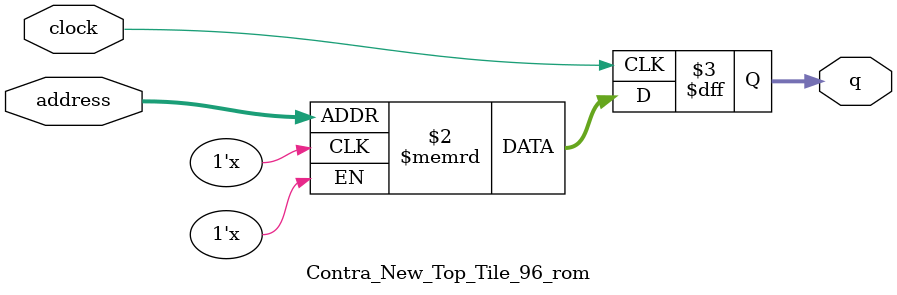
<source format=sv>
module Contra_New_Top_Tile_96_rom (
	input logic clock,
	input logic [13:0] address,
	output logic [1:0] q
);

logic [1:0] memory [0:9215] /* synthesis ram_init_file = "./Contra_New_Top_Tile_96/Contra_New_Top_Tile_96.mif" */;

always_ff @ (posedge clock) begin
	q <= memory[address];
end

endmodule

</source>
